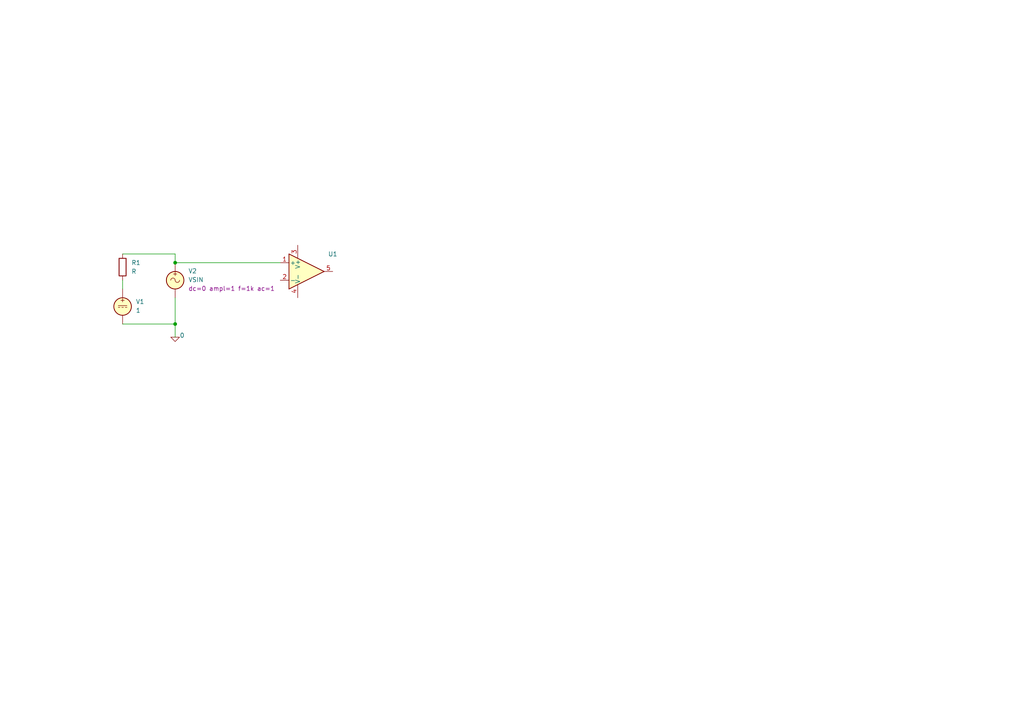
<source format=kicad_sch>
(kicad_sch (version 20231120) (generator "eeschema") (generator_version "8.0")
  (paper "A4")
  (lib_symbols
    (symbol "Device:R" (pin_numbers hide) (pin_names (offset 0))
      (property "Reference" "R" (at 2.032 0 90))
      (property "Value" "R" (at 0 0 90))
      (symbol "R_0_1"
        (rectangle (start -1.016 -2.54) (end 1.016 2.54) (stroke (width 0.254)))
      )
      (symbol "R_1_1"
        (pin passive line (at 0 3.81 270) (length 1.27) (name "~") (number "1"))
        (pin passive line (at 0 -3.81 90) (length 1.27) (name "~") (number "2"))
      )
    )
    (symbol "Simulation_SPICE:0" (power) (pin_numbers hide) (pin_names (offset 0) hide)
      (property "Value" "0" (at 0 -2.54 0))
      (symbol "0_0_1"
        (polyline (pts (xy -1.27 0) (xy 0 -1.27) (xy 1.27 0) (xy -1.27 0)))
      )
      (symbol "0_1_1"
        (pin power_in line (at 0 0 0) (length 0) (name "~") (number "1"))
      )
    )
    (symbol "Simulation_SPICE:OPAMP" (pin_names (offset 0.254))
      (property "Reference" "U" (at 3.81 3.175 0))
      (property "Value" "${SIM.PARAMS}" (at 3.81 -3.175 0))
      (symbol "OPAMP_0_1"
        (polyline (pts (xy 5.08 0) (xy -5.08 5.08) (xy -5.08 -5.08) (xy 5.08 0)) (stroke (width 0.254)) (fill (type background)))
      )
      (symbol "OPAMP_1_1"
        (pin input line (at -7.62 2.54 0) (length 2.54) (name "+") (number "1"))
        (pin input line (at -7.62 -2.54 0) (length 2.54) (name "-") (number "2"))
        (pin power_in line (at -2.54 7.62 270) (length 3.81) (name "V+") (number "3"))
        (pin power_in line (at -2.54 -7.62 90) (length 3.81) (name "V-") (number "4"))
        (pin output line (at 7.62 0 180) (length 2.54) (name "~") (number "5"))
      )
    )
    (symbol "Simulation_SPICE:VDC" (pin_numbers hide) (pin_names (offset 0.0254))
      (property "Reference" "V" (at 2.54 2.54 0))
      (property "Value" "1" (at 2.54 0 0))
      (symbol "VDC_0_0"
        (polyline (pts (xy -1.27 0.254) (xy 1.27 0.254)))
        (polyline (pts (xy -0.762 -0.254) (xy -1.27 -0.254)))
        (polyline (pts (xy 0.254 -0.254) (xy -0.254 -0.254)))
        (polyline (pts (xy 1.27 -0.254) (xy 0.762 -0.254)))
        (text "+" (at 0 1.905 0) (effects (font (size 1.27 1.27))))
      )
      (symbol "VDC_0_1"
        (circle (center 0 0) (radius 2.54) (stroke (width 0.254)) (fill (type background)))
      )
      (symbol "VDC_1_1"
        (pin passive line (at 0 5.08 270) (length 2.54) (name "~") (number "1"))
        (pin passive line (at 0 -5.08 90) (length 2.54) (name "~") (number "2"))
      )
    )
    (symbol "Simulation_SPICE:VSIN" (pin_numbers hide) (pin_names (offset 0.0254))
      (property "Reference" "V" (at 2.54 2.54 0))
      (property "Value" "VSIN" (at 2.54 0 0))
      (property "Sim.Params" "dc=0 ampl=1 f=1k ac=1" (at 2.54 -2.54 0))
      (symbol "VSIN_0_0"
        (arc (start 0 0) (mid -0.635 0.6323) (end -1.27 0))
        (arc (start 0 0) (mid 0.635 -0.6323) (end 1.27 0))
        (text "+" (at 0 1.905 0) (effects (font (size 1.27 1.27))))
      )
      (symbol "VSIN_0_1"
        (circle (center 0 0) (radius 2.54) (stroke (width 0.254)) (fill (type background)))
      )
      (symbol "VSIN_1_1"
        (pin passive line (at 0 5.08 270) (length 2.54) (name "~") (number "1"))
        (pin passive line (at 0 -5.08 90) (length 2.54) (name "~") (number "2"))
      )
    )
  )
  (junction (at 50.8 93.98))
  (junction (at 50.8 76.2))
  (wire (pts (xy 35.56 93.98) (xy 50.8 93.98)))
  (wire (pts (xy 35.56 73.66) (xy 50.8 73.66)))
  (wire (pts (xy 35.56 81.28) (xy 35.56 83.82)))
  (wire (pts (xy 50.8 76.2) (xy 81.28 76.2)))
  (wire (pts (xy 50.8 73.66) (xy 50.8 76.2)))
  (wire (pts (xy 50.8 93.98) (xy 50.8 97.79)))
  (wire (pts (xy 50.8 86.36) (xy 50.8 93.98)))
  (symbol (lib_id "Simulation_SPICE:VSIN") (at 50.8 81.28 0) (unit 1)
    (property "Reference" "V2" (at 54.61 78.6101 0) (effects (justify left)))
    (property "Value" "VSIN" (at 54.61 81.1501 0) (effects (justify left)))
    (property "Datasheet" "https://ngspice.sourceforge.io/docs/ngspice-html-manual/manual.xhtml#sec_Independent_Sources_for" (effects (hide yes)))
    (property "Description" "Voltage source, sinusoidal" (effects (hide yes)))
    (property "Sim.Pins" "1=+ 2=-" (effects (hide yes)))
    (property "Sim.Params" "dc=0 ampl=1 f=1k ac=1" (at 54.61 83.6901 0) (effects (justify left)))
    (property "Sim.Type" "SIN" (effects (hide yes)))
    (property "Sim.Device" "V" (effects (hide yes)))
  )
  (symbol (lib_id "Simulation_SPICE:OPAMP") (at 88.9 78.74 0) (unit 1)
    (property "Reference" "U1" (at 96.52 73.6914 0))
    (property "Value" "${SIM.PARAMS}" (at 96.52 75.5965 0))
    (property "Datasheet" "https://ngspice.sourceforge.io/docs/ngspice-html-manual/manual.xhtml#sec__SUBCKT_Subcircuits" (effects (hide yes)))
    (property "Description" "Operational amplifier, single, node sequence=1:+ 2:- 3:OUT 4:V+ 5:V-" (effects (hide yes)))
    (property "Sim.Pins" "1=in+ 2=in- 3=vcc 4=vee 5=out" (effects (hide yes)))
    (property "Sim.Device" "SUBCKT" (effects (hide yes)))
    (property "Sim.Library" "${KICAD7_SYMBOL_DIR}/Simulation_SPICE.sp" (effects (hide yes)))
    (property "Sim.Name" "kicad_builtin_opamp" (effects (hide yes)))
  )
  (symbol (lib_id "Simulation_SPICE:VDC") (at 35.56 88.9 0) (unit 1)
    (property "Reference" "V1" (at 39.37 87.5001 0) (effects (justify left)))
    (property "Value" "1" (at 39.37 90.0401 0) (effects (justify left)))
    (property "Datasheet" "https://ngspice.sourceforge.io/docs/ngspice-html-manual/manual.xhtml#sec_Independent_Sources_for" (effects (hide yes)))
    (property "Description" "Voltage source, DC" (effects (hide yes)))
    (property "Sim.Pins" "1=+ 2=-" (effects (hide yes)))
    (property "Sim.Type" "DC" (effects (hide yes)))
    (property "Sim.Device" "V" (effects (hide yes)))
  )
  (symbol (lib_id "Simulation_SPICE:0") (at 50.8 97.79 0) (unit 1)
    (property "Reference" "#GND01" (effects (hide yes)))
    (property "Value" "0" (at 52.832 97.282 0))
    (property "Datasheet" "https://ngspice.sourceforge.io/docs/ngspice-html-manual/manual.xhtml#subsec_Circuit_elements__device" (effects (hide yes)))
    (property "Description" "0V reference potential for simulation" (effects (hide yes)))
  )
  (symbol (lib_id "Device:R") (at 35.56 77.47 0) (unit 1)
    (property "Reference" "R1" (at 38.1 76.1999 0) (effects (justify left)))
    (property "Value" "R" (at 38.1 78.7399 0) (effects (justify left)))
    (property "Description" "Resistor" (effects (hide yes)))
  )
)
</source>
